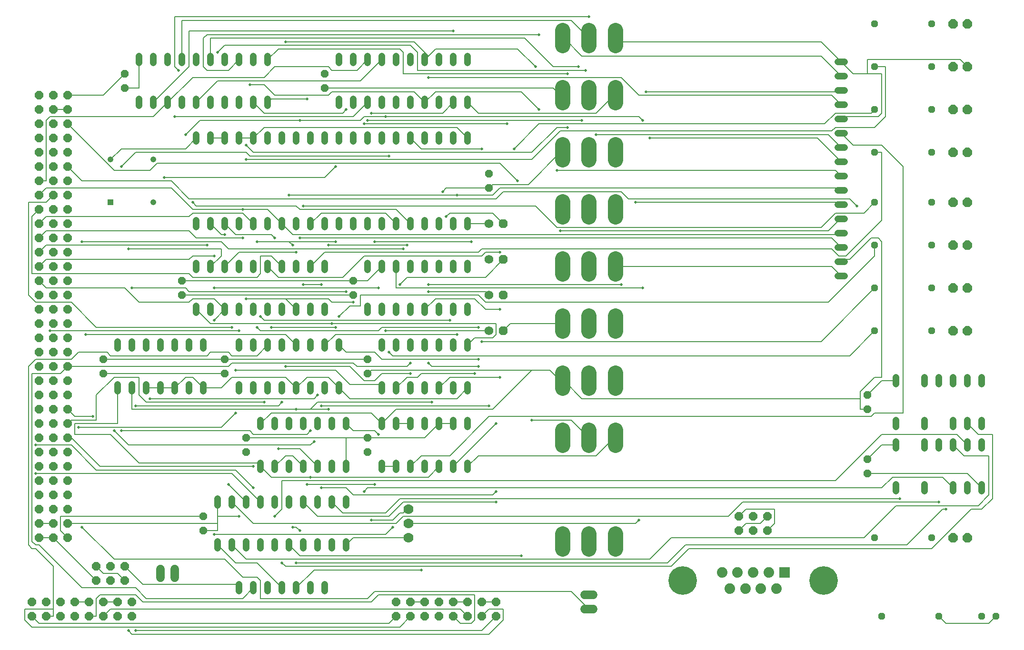
<source format=gbr>
G04 EAGLE Gerber RS-274X export*
G75*
%MOMM*%
%FSLAX34Y34*%
%LPD*%
%INBottom Copper*%
%IPPOS*%
%AMOC8*
5,1,8,0,0,1.08239X$1,22.5*%
G01*
%ADD10P,1.649562X8X202.500000*%
%ADD11P,1.319650X8X202.500000*%
%ADD12C,1.219200*%
%ADD13P,1.814519X8X22.500000*%
%ADD14C,2.705100*%
%ADD15P,1.649562X8X22.500000*%
%ADD16C,1.050000*%
%ADD17R,1.050000X1.050000*%
%ADD18C,1.524000*%
%ADD19C,1.200000*%
%ADD20C,1.778000*%
%ADD21P,1.704548X8X22.500000*%
%ADD22C,1.574800*%
%ADD23P,1.539592X8X112.500000*%
%ADD24R,1.879600X1.879600*%
%ADD25C,1.879600*%
%ADD26C,5.080000*%
%ADD27C,0.152400*%
%ADD28C,0.508000*%


D10*
X50800Y177800D03*
X50800Y203200D03*
X50800Y228600D03*
X50800Y254000D03*
X50800Y279400D03*
X50800Y304800D03*
X50800Y330200D03*
X50800Y355600D03*
X50800Y381000D03*
X50800Y406400D03*
X50800Y431800D03*
X50800Y457200D03*
X50800Y482600D03*
X50800Y508000D03*
X50800Y533400D03*
X50800Y558800D03*
X76200Y177800D03*
X76200Y203200D03*
X76200Y228600D03*
X76200Y254000D03*
X76200Y279400D03*
X76200Y304800D03*
X76200Y330200D03*
X76200Y355600D03*
X76200Y381000D03*
X76200Y406400D03*
X76200Y431800D03*
X76200Y457200D03*
X76200Y482600D03*
X76200Y508000D03*
X76200Y533400D03*
X76200Y558800D03*
X101600Y177800D03*
X101600Y203200D03*
X101600Y228600D03*
X101600Y254000D03*
X101600Y279400D03*
X101600Y304800D03*
X101600Y330200D03*
X101600Y355600D03*
X101600Y381000D03*
X101600Y406400D03*
X101600Y431800D03*
X101600Y457200D03*
X101600Y482600D03*
X101600Y508000D03*
X101600Y533400D03*
X101600Y558800D03*
X50800Y584200D03*
X50800Y609600D03*
X50800Y635000D03*
X50800Y660400D03*
X50800Y685800D03*
X50800Y711200D03*
X50800Y736600D03*
X50800Y762000D03*
X50800Y787400D03*
X50800Y812800D03*
X50800Y838200D03*
X50800Y863600D03*
X50800Y889000D03*
X50800Y914400D03*
X50800Y939800D03*
X50800Y965200D03*
X76200Y584200D03*
X76200Y609600D03*
X76200Y635000D03*
X76200Y660400D03*
X76200Y685800D03*
X76200Y711200D03*
X76200Y736600D03*
X76200Y762000D03*
X76200Y787400D03*
X76200Y812800D03*
X76200Y838200D03*
X76200Y863600D03*
X76200Y889000D03*
X76200Y914400D03*
X76200Y939800D03*
X76200Y965200D03*
X101600Y584200D03*
X101600Y609600D03*
X101600Y635000D03*
X101600Y660400D03*
X101600Y685800D03*
X101600Y711200D03*
X101600Y736600D03*
X101600Y762000D03*
X101600Y787400D03*
X101600Y812800D03*
X101600Y838200D03*
X101600Y863600D03*
X101600Y889000D03*
X101600Y914400D03*
X101600Y939800D03*
X101600Y965200D03*
D11*
X1752600Y38100D03*
X1727200Y38100D03*
X1651000Y38100D03*
X1549400Y38100D03*
D12*
X330200Y730504D02*
X330200Y742696D01*
X355600Y742696D02*
X355600Y730504D01*
X482600Y730504D02*
X482600Y742696D01*
X508000Y742696D02*
X508000Y730504D01*
X381000Y730504D02*
X381000Y742696D01*
X406400Y742696D02*
X406400Y730504D01*
X457200Y730504D02*
X457200Y742696D01*
X431800Y742696D02*
X431800Y730504D01*
X533400Y730504D02*
X533400Y742696D01*
X558800Y742696D02*
X558800Y730504D01*
X584200Y730504D02*
X584200Y742696D01*
X609600Y742696D02*
X609600Y730504D01*
X635000Y730504D02*
X635000Y742696D01*
X660400Y742696D02*
X660400Y730504D01*
X685800Y730504D02*
X685800Y742696D01*
X711200Y742696D02*
X711200Y730504D01*
X736600Y730504D02*
X736600Y742696D01*
X762000Y742696D02*
X762000Y730504D01*
X787400Y730504D02*
X787400Y742696D01*
X812800Y742696D02*
X812800Y730504D01*
X812800Y882904D02*
X812800Y895096D01*
X787400Y895096D02*
X787400Y882904D01*
X762000Y882904D02*
X762000Y895096D01*
X736600Y895096D02*
X736600Y882904D01*
X711200Y882904D02*
X711200Y895096D01*
X685800Y895096D02*
X685800Y882904D01*
X660400Y882904D02*
X660400Y895096D01*
X635000Y895096D02*
X635000Y882904D01*
X609600Y882904D02*
X609600Y895096D01*
X584200Y895096D02*
X584200Y882904D01*
X558800Y882904D02*
X558800Y895096D01*
X533400Y895096D02*
X533400Y882904D01*
X508000Y882904D02*
X508000Y895096D01*
X482600Y895096D02*
X482600Y882904D01*
X457200Y882904D02*
X457200Y895096D01*
X431800Y895096D02*
X431800Y882904D01*
X406400Y882904D02*
X406400Y895096D01*
X381000Y895096D02*
X381000Y882904D01*
X355600Y882904D02*
X355600Y895096D01*
X330200Y895096D02*
X330200Y882904D01*
X635000Y590296D02*
X635000Y578104D01*
X660400Y578104D02*
X660400Y590296D01*
X787400Y590296D02*
X787400Y578104D01*
X812800Y578104D02*
X812800Y590296D01*
X685800Y590296D02*
X685800Y578104D01*
X711200Y578104D02*
X711200Y590296D01*
X762000Y590296D02*
X762000Y578104D01*
X736600Y578104D02*
X736600Y590296D01*
X812800Y654304D02*
X812800Y666496D01*
X787400Y666496D02*
X787400Y654304D01*
X762000Y654304D02*
X762000Y666496D01*
X736600Y666496D02*
X736600Y654304D01*
X711200Y654304D02*
X711200Y666496D01*
X685800Y666496D02*
X685800Y654304D01*
X660400Y654304D02*
X660400Y666496D01*
X635000Y666496D02*
X635000Y654304D01*
D13*
X1676400Y177800D03*
X1701800Y177800D03*
D14*
X1075690Y342075D02*
X1075690Y369126D01*
X1028700Y369126D02*
X1028700Y342075D01*
X981710Y342075D02*
X981710Y369126D01*
X1075690Y443675D02*
X1075690Y470726D01*
X1028700Y470726D02*
X1028700Y443675D01*
X981710Y443675D02*
X981710Y470726D01*
X1075690Y545275D02*
X1075690Y572326D01*
X1028700Y572326D02*
X1028700Y545275D01*
X981710Y545275D02*
X981710Y572326D01*
X1075690Y646875D02*
X1075690Y673926D01*
X1028700Y673926D02*
X1028700Y646875D01*
X981710Y646875D02*
X981710Y673926D01*
X1075690Y748475D02*
X1075690Y775526D01*
X1028700Y775526D02*
X1028700Y748475D01*
X981710Y748475D02*
X981710Y775526D01*
X1075690Y850075D02*
X1075690Y877126D01*
X1028700Y877126D02*
X1028700Y850075D01*
X981710Y850075D02*
X981710Y877126D01*
X1075690Y951675D02*
X1075690Y978726D01*
X1028700Y978726D02*
X1028700Y951675D01*
X981710Y951675D02*
X981710Y978726D01*
X1075690Y1053275D02*
X1075690Y1080326D01*
X1028700Y1080326D02*
X1028700Y1053275D01*
X981710Y1053275D02*
X981710Y1080326D01*
D12*
X228600Y958596D02*
X228600Y946404D01*
X254000Y946404D02*
X254000Y958596D01*
X381000Y958596D02*
X381000Y946404D01*
X406400Y946404D02*
X406400Y958596D01*
X279400Y958596D02*
X279400Y946404D01*
X304800Y946404D02*
X304800Y958596D01*
X355600Y958596D02*
X355600Y946404D01*
X330200Y946404D02*
X330200Y958596D01*
X431800Y958596D02*
X431800Y946404D01*
X457200Y946404D02*
X457200Y958596D01*
X457200Y1022604D02*
X457200Y1034796D01*
X431800Y1034796D02*
X431800Y1022604D01*
X406400Y1022604D02*
X406400Y1034796D01*
X381000Y1034796D02*
X381000Y1022604D01*
X355600Y1022604D02*
X355600Y1034796D01*
X330200Y1034796D02*
X330200Y1022604D01*
X304800Y1022604D02*
X304800Y1034796D01*
X279400Y1034796D02*
X279400Y1022604D01*
X254000Y1022604D02*
X254000Y1034796D01*
X228600Y1034796D02*
X228600Y1022604D01*
D11*
X1638300Y177800D03*
X1536700Y177800D03*
D13*
X1676400Y546100D03*
X1701800Y546100D03*
X1676400Y622300D03*
X1701800Y622300D03*
X1676400Y698500D03*
X1701800Y698500D03*
X1676400Y774700D03*
X1701800Y774700D03*
X1676400Y863600D03*
X1701800Y863600D03*
X1676400Y939800D03*
X1701800Y939800D03*
X1676400Y1016000D03*
X1701800Y1016000D03*
X1676400Y1092200D03*
X1701800Y1092200D03*
D11*
X1638300Y546100D03*
X1536700Y546100D03*
X1638300Y622300D03*
X1536700Y622300D03*
X1638300Y698500D03*
X1536700Y698500D03*
X1638300Y774700D03*
X1536700Y774700D03*
X1638300Y863600D03*
X1536700Y863600D03*
X1638300Y939800D03*
X1536700Y939800D03*
X1638300Y1016000D03*
X1536700Y1016000D03*
X1638300Y1092200D03*
X1536700Y1092200D03*
D12*
X330200Y590296D02*
X330200Y578104D01*
X355600Y578104D02*
X355600Y590296D01*
X482600Y590296D02*
X482600Y578104D01*
X508000Y578104D02*
X508000Y590296D01*
X381000Y590296D02*
X381000Y578104D01*
X406400Y578104D02*
X406400Y590296D01*
X457200Y590296D02*
X457200Y578104D01*
X431800Y578104D02*
X431800Y590296D01*
X533400Y590296D02*
X533400Y578104D01*
X558800Y578104D02*
X558800Y590296D01*
X558800Y654304D02*
X558800Y666496D01*
X533400Y666496D02*
X533400Y654304D01*
X508000Y654304D02*
X508000Y666496D01*
X482600Y666496D02*
X482600Y654304D01*
X457200Y654304D02*
X457200Y666496D01*
X431800Y666496D02*
X431800Y654304D01*
X406400Y654304D02*
X406400Y666496D01*
X381000Y666496D02*
X381000Y654304D01*
X355600Y654304D02*
X355600Y666496D01*
X330200Y666496D02*
X330200Y654304D01*
X406400Y450596D02*
X406400Y438404D01*
X431800Y438404D02*
X431800Y450596D01*
X558800Y450596D02*
X558800Y438404D01*
X584200Y438404D02*
X584200Y450596D01*
X457200Y450596D02*
X457200Y438404D01*
X482600Y438404D02*
X482600Y450596D01*
X533400Y450596D02*
X533400Y438404D01*
X508000Y438404D02*
X508000Y450596D01*
X584200Y514604D02*
X584200Y526796D01*
X558800Y526796D02*
X558800Y514604D01*
X533400Y514604D02*
X533400Y526796D01*
X508000Y526796D02*
X508000Y514604D01*
X482600Y514604D02*
X482600Y526796D01*
X457200Y526796D02*
X457200Y514604D01*
X431800Y514604D02*
X431800Y526796D01*
X406400Y526796D02*
X406400Y514604D01*
D15*
X152400Y101600D03*
X152400Y127000D03*
X177800Y101600D03*
X177800Y127000D03*
X203200Y101600D03*
X203200Y127000D03*
D16*
X177800Y850900D03*
X254000Y850900D03*
X254000Y774700D03*
D17*
X177800Y774700D03*
D14*
X1075690Y184976D02*
X1075690Y157925D01*
X1028700Y157925D02*
X1028700Y184976D01*
X981710Y184976D02*
X981710Y157925D01*
D18*
X1021080Y50800D02*
X1036320Y50800D01*
X1036320Y76200D02*
X1021080Y76200D01*
D19*
X1471600Y1024900D02*
X1483600Y1024900D01*
X1483600Y999500D02*
X1471600Y999500D01*
X1471600Y974100D02*
X1483600Y974100D01*
X1483600Y948700D02*
X1471600Y948700D01*
X1471600Y923300D02*
X1483600Y923300D01*
X1483600Y897900D02*
X1471600Y897900D01*
X1471600Y872500D02*
X1483600Y872500D01*
X1483600Y847100D02*
X1471600Y847100D01*
X1471600Y821700D02*
X1483600Y821700D01*
X1483600Y796300D02*
X1471600Y796300D01*
X1471600Y770900D02*
X1483600Y770900D01*
X1483600Y745500D02*
X1471600Y745500D01*
X1471600Y720100D02*
X1483600Y720100D01*
X1483600Y694700D02*
X1471600Y694700D01*
X1471600Y669300D02*
X1483600Y669300D01*
X1483600Y643900D02*
X1471600Y643900D01*
D12*
X584200Y946404D02*
X584200Y958596D01*
X609600Y958596D02*
X609600Y946404D01*
X736600Y946404D02*
X736600Y958596D01*
X762000Y958596D02*
X762000Y946404D01*
X635000Y946404D02*
X635000Y958596D01*
X660400Y958596D02*
X660400Y946404D01*
X711200Y946404D02*
X711200Y958596D01*
X685800Y958596D02*
X685800Y946404D01*
X787400Y946404D02*
X787400Y958596D01*
X812800Y958596D02*
X812800Y946404D01*
X812800Y1022604D02*
X812800Y1034796D01*
X787400Y1034796D02*
X787400Y1022604D01*
X762000Y1022604D02*
X762000Y1034796D01*
X736600Y1034796D02*
X736600Y1022604D01*
X711200Y1022604D02*
X711200Y1034796D01*
X685800Y1034796D02*
X685800Y1022604D01*
X660400Y1022604D02*
X660400Y1034796D01*
X635000Y1034796D02*
X635000Y1022604D01*
X609600Y1022604D02*
X609600Y1034796D01*
X584200Y1034796D02*
X584200Y1022604D01*
X660400Y310896D02*
X660400Y298704D01*
X685800Y298704D02*
X685800Y310896D01*
X812800Y310896D02*
X812800Y298704D01*
X812800Y374904D02*
X812800Y387096D01*
X711200Y310896D02*
X711200Y298704D01*
X736600Y298704D02*
X736600Y310896D01*
X787400Y310896D02*
X787400Y298704D01*
X762000Y298704D02*
X762000Y310896D01*
X787400Y374904D02*
X787400Y387096D01*
X762000Y387096D02*
X762000Y374904D01*
X736600Y374904D02*
X736600Y387096D01*
X711200Y387096D02*
X711200Y374904D01*
X685800Y374904D02*
X685800Y387096D01*
X660400Y387096D02*
X660400Y374904D01*
D10*
X215900Y63500D03*
X215900Y38100D03*
X190500Y63500D03*
X190500Y38100D03*
X165100Y63500D03*
X165100Y38100D03*
X139700Y63500D03*
X139700Y38100D03*
X114300Y63500D03*
X114300Y38100D03*
X88900Y63500D03*
X88900Y38100D03*
X63500Y63500D03*
X63500Y38100D03*
X38100Y63500D03*
X38100Y38100D03*
D20*
X708025Y203200D03*
X708025Y228600D03*
X708025Y177800D03*
D10*
X863600Y63500D03*
X863600Y38100D03*
X838200Y63500D03*
X838200Y38100D03*
X812800Y63500D03*
X812800Y38100D03*
X787400Y63500D03*
X787400Y38100D03*
X762000Y63500D03*
X762000Y38100D03*
X736600Y63500D03*
X736600Y38100D03*
X711200Y63500D03*
X711200Y38100D03*
X685800Y63500D03*
X685800Y38100D03*
D12*
X444500Y298704D02*
X444500Y310896D01*
X469900Y310896D02*
X469900Y298704D01*
X596900Y298704D02*
X596900Y310896D01*
X596900Y374904D02*
X596900Y387096D01*
X495300Y310896D02*
X495300Y298704D01*
X520700Y298704D02*
X520700Y310896D01*
X571500Y310896D02*
X571500Y298704D01*
X546100Y298704D02*
X546100Y310896D01*
X571500Y374904D02*
X571500Y387096D01*
X546100Y387096D02*
X546100Y374904D01*
X520700Y374904D02*
X520700Y387096D01*
X495300Y387096D02*
X495300Y374904D01*
X469900Y374904D02*
X469900Y387096D01*
X444500Y387096D02*
X444500Y374904D01*
D21*
X876300Y673100D03*
D22*
X850900Y673100D03*
D21*
X876300Y609600D03*
D22*
X850900Y609600D03*
D21*
X876300Y546100D03*
D22*
X850900Y546100D03*
D21*
X876300Y736600D03*
D22*
X850900Y736600D03*
D23*
X1524000Y406400D03*
X1524000Y431800D03*
X1524000Y292100D03*
X1524000Y317500D03*
X850900Y800100D03*
X850900Y825500D03*
X609600Y609600D03*
X609600Y635000D03*
X381000Y469900D03*
X381000Y495300D03*
X635000Y469900D03*
X635000Y495300D03*
X635000Y330200D03*
X635000Y355600D03*
X419100Y330200D03*
X419100Y355600D03*
X304800Y609600D03*
X304800Y635000D03*
X558800Y977900D03*
X558800Y1003300D03*
X203200Y977900D03*
X203200Y1003300D03*
D18*
X266700Y121920D02*
X266700Y106680D01*
X292100Y106680D02*
X292100Y121920D01*
D12*
X660400Y438404D02*
X660400Y450596D01*
X685800Y450596D02*
X685800Y438404D01*
X812800Y438404D02*
X812800Y450596D01*
X812800Y514604D02*
X812800Y526796D01*
X711200Y450596D02*
X711200Y438404D01*
X736600Y438404D02*
X736600Y450596D01*
X787400Y450596D02*
X787400Y438404D01*
X762000Y438404D02*
X762000Y450596D01*
X787400Y514604D02*
X787400Y526796D01*
X762000Y526796D02*
X762000Y514604D01*
X736600Y514604D02*
X736600Y526796D01*
X711200Y526796D02*
X711200Y514604D01*
X685800Y514604D02*
X685800Y526796D01*
X660400Y526796D02*
X660400Y514604D01*
X406400Y94996D02*
X406400Y82804D01*
X431800Y82804D02*
X431800Y94996D01*
X457200Y94996D02*
X457200Y82804D01*
X482600Y82804D02*
X482600Y94996D01*
X508000Y94996D02*
X508000Y82804D01*
X533400Y82804D02*
X533400Y94996D01*
X558800Y94996D02*
X558800Y82804D01*
X368300Y159004D02*
X368300Y171196D01*
X393700Y171196D02*
X393700Y159004D01*
X520700Y159004D02*
X520700Y171196D01*
X546100Y171196D02*
X546100Y159004D01*
X419100Y159004D02*
X419100Y171196D01*
X444500Y171196D02*
X444500Y159004D01*
X495300Y159004D02*
X495300Y171196D01*
X469900Y171196D02*
X469900Y159004D01*
X571500Y159004D02*
X571500Y171196D01*
X596900Y171196D02*
X596900Y159004D01*
X596900Y235204D02*
X596900Y247396D01*
X571500Y247396D02*
X571500Y235204D01*
X546100Y235204D02*
X546100Y247396D01*
X520700Y247396D02*
X520700Y235204D01*
X495300Y235204D02*
X495300Y247396D01*
X469900Y247396D02*
X469900Y235204D01*
X444500Y235204D02*
X444500Y247396D01*
X419100Y247396D02*
X419100Y235204D01*
X393700Y235204D02*
X393700Y247396D01*
X368300Y247396D02*
X368300Y235204D01*
X1727200Y336804D02*
X1727200Y348996D01*
X1701800Y348996D02*
X1701800Y336804D01*
X1676400Y336804D02*
X1676400Y348996D01*
X1651000Y348996D02*
X1651000Y336804D01*
X1625600Y336804D02*
X1625600Y348996D01*
X1574800Y348996D02*
X1574800Y336804D01*
X1574800Y272796D02*
X1574800Y260604D01*
X1625600Y260604D02*
X1625600Y272796D01*
X1676400Y272796D02*
X1676400Y260604D01*
X1701800Y260604D02*
X1701800Y272796D01*
X1727200Y272796D02*
X1727200Y260604D01*
X1727200Y451104D02*
X1727200Y463296D01*
X1701800Y463296D02*
X1701800Y451104D01*
X1676400Y451104D02*
X1676400Y463296D01*
X1651000Y463296D02*
X1651000Y451104D01*
X1625600Y451104D02*
X1625600Y463296D01*
X1574800Y463296D02*
X1574800Y451104D01*
X1574800Y387096D02*
X1574800Y374904D01*
X1625600Y374904D02*
X1625600Y387096D01*
X1676400Y387096D02*
X1676400Y374904D01*
X1701800Y374904D02*
X1701800Y387096D01*
X1727200Y387096D02*
X1727200Y374904D01*
X190500Y438404D02*
X190500Y450596D01*
X215900Y450596D02*
X215900Y438404D01*
X342900Y438404D02*
X342900Y450596D01*
X342900Y514604D02*
X342900Y526796D01*
X241300Y450596D02*
X241300Y438404D01*
X266700Y438404D02*
X266700Y450596D01*
X317500Y450596D02*
X317500Y438404D01*
X292100Y438404D02*
X292100Y450596D01*
X317500Y514604D02*
X317500Y526796D01*
X292100Y526796D02*
X292100Y514604D01*
X266700Y514604D02*
X266700Y526796D01*
X241300Y526796D02*
X241300Y514604D01*
X215900Y514604D02*
X215900Y526796D01*
X190500Y526796D02*
X190500Y514604D01*
D24*
X1376200Y115800D03*
D25*
X1348500Y115800D03*
X1320800Y115800D03*
X1293100Y115800D03*
X1265400Y115800D03*
X1362300Y87400D03*
X1334600Y87400D03*
X1307000Y87400D03*
X1279300Y87400D03*
D26*
X1445800Y101600D03*
X1195800Y101600D03*
D15*
X1295400Y190500D03*
X1295400Y215900D03*
X1320800Y190500D03*
X1320800Y215900D03*
X1346200Y190500D03*
X1346200Y215900D03*
D23*
X342900Y190500D03*
X342900Y215900D03*
X165100Y469900D03*
X165100Y495300D03*
D27*
X762000Y381000D02*
X787400Y381000D01*
X609600Y177800D02*
X596900Y165100D01*
X609600Y177800D02*
X708025Y177800D01*
X596900Y304800D02*
X596900Y355600D01*
X635000Y355600D01*
X596900Y355600D02*
X419100Y355600D01*
X736600Y355600D02*
X762000Y381000D01*
X736600Y355600D02*
X635000Y355600D01*
X457200Y952500D02*
X463550Y958850D01*
X527050Y958850D01*
X527050Y463550D02*
X508000Y444500D01*
X527050Y463550D02*
X565150Y463550D01*
X584200Y444500D01*
X793750Y425450D02*
X812800Y444500D01*
X793750Y425450D02*
X603250Y425450D01*
X584200Y444500D01*
X165100Y965200D02*
X203200Y1003300D01*
X165100Y965200D02*
X101600Y965200D01*
X165100Y495300D02*
X381000Y495300D01*
X635000Y495300D01*
X635000Y635000D02*
X660400Y660400D01*
X635000Y635000D02*
X609600Y635000D01*
X304800Y635000D01*
X76200Y177800D02*
X50800Y177800D01*
X76200Y177800D02*
X152400Y101600D01*
X241300Y444500D02*
X266700Y444500D01*
X292100Y444500D01*
X323850Y463550D02*
X342900Y444500D01*
X323850Y463550D02*
X311150Y463550D01*
X292100Y444500D01*
X88900Y190500D02*
X101600Y177800D01*
X88900Y190500D02*
X88900Y215900D01*
X342900Y215900D01*
X508000Y444500D02*
X488950Y463550D01*
X393700Y463550D01*
X374650Y444500D01*
X342900Y444500D01*
X1524000Y431800D02*
X1549400Y457200D01*
X1574800Y457200D01*
X1549400Y342900D02*
X1524000Y317500D01*
X1549400Y342900D02*
X1574800Y342900D01*
X1543050Y927100D02*
X1479550Y927100D01*
X1543050Y927100D02*
X1549400Y933450D01*
X1549400Y1003300D01*
X1524000Y1003300D02*
X1498600Y1003300D01*
X1524000Y1003300D02*
X1549400Y1003300D01*
X1498600Y1003300D02*
X1479550Y1022350D01*
X1479550Y927100D02*
X1477600Y923300D01*
X1479550Y1022350D02*
X1477600Y1024900D01*
X1524000Y1028700D02*
X1524000Y1003300D01*
X1524000Y1028700D02*
X1689100Y1028700D01*
X1701800Y1016000D01*
X730250Y869950D02*
X711200Y889000D01*
X730250Y869950D02*
X838200Y869950D01*
X850900Y736600D02*
X812800Y736600D01*
X1460500Y660400D02*
X1473200Y647700D01*
X1460500Y660400D02*
X1075690Y660400D01*
X1473200Y647700D02*
X1477600Y643900D01*
X831850Y933450D02*
X812800Y952500D01*
X831850Y933450D02*
X1041400Y933450D01*
X1073150Y965200D01*
X1075690Y965200D01*
X1441450Y1060450D02*
X1473200Y1028700D01*
X1441450Y1060450D02*
X1085850Y1060450D01*
X1079500Y1066800D01*
X1473200Y1028700D02*
X1477600Y1024900D01*
X1079500Y1066800D02*
X1075690Y1066800D01*
X831850Y323850D02*
X812800Y304800D01*
X831850Y323850D02*
X1041400Y323850D01*
X1073150Y355600D01*
X1075690Y355600D01*
D28*
X527050Y958850D03*
X838200Y869950D03*
D27*
X431800Y889000D02*
X406400Y889000D01*
X793750Y908050D02*
X812800Y889000D01*
X793750Y908050D02*
X450850Y908050D01*
X431800Y889000D01*
X381000Y889000D02*
X355600Y889000D01*
X101600Y939800D02*
X76200Y939800D01*
X228600Y977900D02*
X228600Y1028700D01*
X228600Y977900D02*
X203200Y977900D01*
X311150Y869950D02*
X330200Y889000D01*
X311150Y869950D02*
X196850Y869950D01*
X177800Y850900D01*
X641350Y400050D02*
X660400Y381000D01*
X641350Y400050D02*
X463550Y400050D01*
X444500Y381000D01*
X76200Y203200D02*
X50800Y203200D01*
X368300Y203200D02*
X368300Y190500D01*
X368300Y203200D02*
X368300Y215900D01*
X368300Y241300D01*
X368300Y190500D02*
X342900Y190500D01*
X368300Y203200D02*
X101600Y203200D01*
X400050Y95250D02*
X406400Y88900D01*
X400050Y95250D02*
X234950Y95250D01*
X203200Y127000D01*
X165100Y469900D02*
X381000Y469900D01*
X368300Y215900D02*
X406400Y215900D01*
X1479550Y673100D02*
X1492250Y673100D01*
X1530350Y711200D01*
X1543050Y711200D01*
X1549400Y704850D01*
X1549400Y463550D01*
X1536700Y463550D01*
X1511300Y438150D01*
X1511300Y425450D02*
X1511300Y406400D01*
X1511300Y425450D02*
X1511300Y438150D01*
X1511300Y406400D02*
X1524000Y406400D01*
X1477600Y669300D02*
X1479550Y673100D01*
X1701800Y292100D02*
X1727200Y266700D01*
X1701800Y292100D02*
X1524000Y292100D01*
X704850Y228600D02*
X698500Y222250D01*
X692150Y222250D01*
X679450Y209550D01*
X641350Y209550D01*
X704850Y228600D02*
X708025Y228600D01*
X609600Y609600D02*
X304800Y609600D01*
X876300Y546100D02*
X889000Y558800D01*
X981710Y558800D01*
X1441450Y1035050D02*
X1473200Y1003300D01*
X1441450Y1035050D02*
X1016000Y1035050D01*
X984250Y1066800D01*
X1473200Y1003300D02*
X1477600Y999500D01*
X984250Y1066800D02*
X981710Y1066800D01*
X774700Y800100D02*
X768350Y793750D01*
X774700Y800100D02*
X850900Y800100D01*
X965200Y977900D02*
X558800Y977900D01*
X965200Y977900D02*
X977900Y965200D01*
X981710Y965200D01*
X857250Y806450D02*
X850900Y800100D01*
X857250Y806450D02*
X920750Y806450D01*
X977900Y863600D01*
X981710Y863600D01*
X641350Y476250D02*
X635000Y469900D01*
X927100Y476250D02*
X958850Y476250D01*
X927100Y476250D02*
X641350Y476250D01*
X958850Y476250D02*
X977900Y457200D01*
X981710Y457200D01*
X1016000Y425450D02*
X1511300Y425450D01*
X1016000Y425450D02*
X984250Y457200D01*
X981710Y457200D01*
X685800Y406400D02*
X660400Y381000D01*
X685800Y406400D02*
X857250Y406400D01*
X927100Y476250D01*
D28*
X406400Y215900D03*
X641350Y209550D03*
X768350Y793750D03*
D27*
X1454150Y895350D02*
X1473200Y876300D01*
X1454150Y895350D02*
X1041400Y895350D01*
X1016000Y920750D02*
X635000Y920750D01*
X1473200Y876300D02*
X1477600Y872500D01*
X381000Y584200D02*
X361950Y565150D01*
X63500Y622300D02*
X50800Y635000D01*
X63500Y622300D02*
X203200Y622300D01*
X228600Y596900D01*
X317500Y596900D01*
X323850Y603250D01*
X361950Y603250D01*
X381000Y584200D01*
X609600Y927100D02*
X635000Y952500D01*
X609600Y927100D02*
X292100Y927100D01*
D28*
X1041400Y895350D03*
X1016000Y920750D03*
X635000Y920750D03*
X361950Y565150D03*
X292100Y927100D03*
D27*
X400050Y298450D02*
X431800Y266700D01*
X400050Y298450D02*
X152400Y298450D01*
X107950Y342900D01*
X44450Y342900D01*
X374650Y717550D02*
X381000Y717550D01*
X374650Y717550D02*
X355600Y736600D01*
X1435100Y889000D02*
X1473200Y850900D01*
X1435100Y889000D02*
X1136650Y889000D01*
X1123950Y920750D02*
X1117600Y927100D01*
X666750Y927100D01*
X1473200Y850900D02*
X1477600Y847100D01*
X622300Y920750D02*
X514350Y920750D01*
X622300Y920750D02*
X628650Y927100D01*
X666750Y927100D01*
X336550Y920750D02*
X311150Y895350D01*
X336550Y920750D02*
X514350Y920750D01*
X63500Y673100D02*
X50800Y660400D01*
X63500Y673100D02*
X317500Y673100D01*
X323850Y679450D01*
X361950Y679450D01*
D28*
X431800Y266700D03*
X44450Y342900D03*
X381000Y717550D03*
X1136650Y889000D03*
X1123950Y920750D03*
X666750Y927100D03*
X514350Y920750D03*
X311150Y895350D03*
X361950Y679450D03*
D27*
X869950Y800100D02*
X1473200Y800100D01*
X869950Y800100D02*
X857250Y787400D01*
X793750Y787400D01*
X1473200Y800100D02*
X1477600Y796300D01*
X488950Y603250D02*
X419100Y603250D01*
X488950Y603250D02*
X508000Y584200D01*
X571500Y596900D02*
X609600Y596900D01*
X571500Y596900D02*
X565150Y603250D01*
X488950Y603250D01*
X63500Y723900D02*
X50800Y711200D01*
X63500Y723900D02*
X317500Y723900D01*
X330200Y711200D01*
X412750Y711200D01*
X495300Y787400D02*
X793750Y787400D01*
D28*
X793750Y787400D03*
X419100Y603250D03*
X609600Y596900D03*
X412750Y711200D03*
X495300Y787400D03*
D27*
X1111250Y774700D02*
X1473200Y774700D01*
X1477600Y770900D01*
X501650Y698500D02*
X495300Y704850D01*
X438150Y704850D01*
X495300Y704850D02*
X577850Y704850D01*
X63500Y749300D02*
X50800Y736600D01*
X63500Y749300D02*
X317500Y749300D01*
X323850Y755650D01*
X412750Y755650D01*
X431800Y736600D01*
X590550Y933450D02*
X596900Y939800D01*
X590550Y933450D02*
X450850Y933450D01*
X431800Y952500D01*
D28*
X1111250Y774700D03*
X501650Y698500D03*
X438150Y704850D03*
X577850Y704850D03*
X596900Y939800D03*
D27*
X50800Y762000D02*
X38100Y749300D01*
X38100Y647700D01*
X317500Y647700D01*
X323850Y641350D01*
X438150Y641350D01*
X444500Y647700D01*
X444500Y679450D01*
X463550Y679450D01*
X482600Y660400D01*
X1454150Y723900D02*
X1473200Y742950D01*
X1454150Y723900D02*
X977900Y723900D01*
X933450Y1016000D02*
X901700Y1047750D01*
X755650Y1047750D01*
X742950Y1035050D02*
X736600Y1028700D01*
X742950Y1035050D02*
X755650Y1047750D01*
X1473200Y742950D02*
X1477600Y745500D01*
X546100Y215900D02*
X520700Y241300D01*
X546100Y215900D02*
X673100Y215900D01*
X698500Y241300D01*
X863600Y241300D01*
X717550Y1060450D02*
X488950Y1060450D01*
X717550Y1060450D02*
X742950Y1035050D01*
D28*
X977900Y723900D03*
X933450Y1016000D03*
X863600Y241300D03*
X488950Y1060450D03*
D27*
X393700Y292100D02*
X444500Y241300D01*
X393700Y292100D02*
X44450Y292100D01*
X622300Y990600D02*
X660400Y1028700D01*
X622300Y990600D02*
X368300Y990600D01*
X330200Y952500D01*
X501650Y717550D02*
X1473200Y717550D01*
X501650Y717550D02*
X482600Y736600D01*
X1473200Y717550D02*
X1477600Y720100D01*
X457200Y762000D02*
X412750Y762000D01*
X457200Y762000D02*
X482600Y736600D01*
X63500Y800100D02*
X50800Y787400D01*
X63500Y800100D02*
X285750Y800100D01*
X323850Y762000D01*
X412750Y762000D01*
D28*
X44450Y292100D03*
X412750Y762000D03*
D27*
X1466850Y831850D02*
X1473200Y825500D01*
X1466850Y831850D02*
X971550Y831850D01*
X939800Y939800D02*
X908050Y971550D01*
X755650Y971550D01*
X736600Y952500D01*
X1473200Y825500D02*
X1477600Y821700D01*
X469900Y711200D02*
X463550Y717550D01*
X400050Y717550D01*
X381000Y736600D01*
X508000Y196850D02*
X514350Y190500D01*
X508000Y196850D02*
X501650Y196850D01*
X50800Y685800D02*
X63500Y698500D01*
X349250Y698500D01*
X717550Y971550D02*
X736600Y952500D01*
X717550Y971550D02*
X571500Y971550D01*
X565150Y965200D01*
X469900Y965200D01*
X450850Y984250D01*
X425450Y984250D01*
D28*
X971550Y831850D03*
X939800Y939800D03*
X469900Y711200D03*
X514350Y190500D03*
X501650Y196850D03*
X349250Y698500D03*
X425450Y984250D03*
D27*
X279400Y952500D02*
X254000Y927100D01*
X69850Y927100D01*
X63500Y920750D01*
X63500Y812800D01*
X50800Y812800D01*
X615950Y1009650D02*
X635000Y1028700D01*
X615950Y1009650D02*
X571500Y1009650D01*
X565150Y1016000D01*
X469900Y1016000D01*
X450850Y996950D01*
X323850Y996950D01*
X279400Y952500D01*
X1460500Y711200D02*
X1473200Y698500D01*
X1460500Y711200D02*
X514350Y711200D01*
X1473200Y698500D02*
X1477600Y694700D01*
X406400Y685800D02*
X381000Y660400D01*
X406400Y685800D02*
X508000Y685800D01*
X387350Y273050D02*
X419100Y241300D01*
D28*
X514350Y711200D03*
X508000Y685800D03*
X387350Y273050D03*
D27*
X387350Y692150D02*
X698500Y692150D01*
X387350Y692150D02*
X374650Y704850D01*
X127000Y704850D01*
D28*
X698500Y692150D03*
X127000Y704850D03*
D27*
X400050Y400050D02*
X374650Y374650D01*
X120650Y374650D01*
D28*
X400050Y400050D03*
X120650Y374650D03*
D27*
X158750Y304800D02*
X431800Y304800D01*
X158750Y304800D02*
X107950Y355600D01*
X101600Y355600D01*
D28*
X431800Y304800D03*
D27*
X450850Y419100D02*
X241300Y419100D01*
X228600Y431800D01*
X228600Y463550D01*
X184150Y463550D01*
X152400Y431800D01*
X152400Y387350D01*
X107950Y387350D01*
X101600Y381000D01*
D28*
X450850Y419100D03*
D27*
X152400Y127000D02*
X165100Y114300D01*
X190500Y114300D01*
X203200Y101600D01*
X114300Y393700D02*
X101600Y406400D01*
X114300Y393700D02*
X146050Y393700D01*
D28*
X146050Y393700D03*
D27*
X431800Y88900D02*
X412750Y69850D01*
X241300Y69850D01*
X222250Y88900D01*
X127000Y88900D01*
X50800Y165100D01*
X44450Y165100D01*
X38100Y171450D01*
X38100Y469900D01*
X88900Y469900D01*
X101600Y482600D01*
X704850Y482600D02*
X711200Y488950D01*
X704850Y482600D02*
X615950Y482600D01*
X609600Y488950D01*
X393700Y488950D01*
X387350Y482600D01*
X101600Y482600D01*
D28*
X711200Y488950D03*
D27*
X762000Y444500D02*
X781050Y463550D01*
X869950Y463550D01*
X901700Y812800D02*
X869950Y844550D01*
X260350Y844550D01*
X247650Y831850D01*
X184150Y831850D01*
X101600Y914400D01*
D28*
X869950Y463550D03*
X901700Y812800D03*
D27*
X1492250Y781050D02*
X1504950Y768350D01*
X1492250Y781050D02*
X1098550Y781050D01*
X1085850Y793750D01*
X876300Y793750D01*
X863600Y781050D01*
X317500Y781050D01*
X285750Y812800D01*
X127000Y812800D01*
X101600Y838200D01*
D28*
X1504950Y768350D03*
D27*
X184150Y139700D02*
X127000Y196850D01*
X184150Y139700D02*
X381000Y139700D01*
X412750Y107950D01*
X438150Y107950D01*
X444500Y101600D01*
X444500Y69850D01*
X635000Y69850D01*
X647700Y82550D01*
X996950Y82550D01*
X1028700Y50800D01*
D28*
X127000Y196850D03*
D27*
X654050Y450850D02*
X660400Y444500D01*
X654050Y450850D02*
X603250Y450850D01*
X577850Y476250D01*
X400050Y476250D01*
X393700Y552450D02*
X152400Y552450D01*
X107950Y596900D01*
X44450Y596900D01*
X31750Y609600D01*
X31750Y774700D01*
X63500Y774700D01*
X76200Y787400D01*
D28*
X400050Y476250D03*
X393700Y552450D03*
D27*
X1651000Y38100D02*
X1663700Y25400D01*
X1739900Y25400D01*
X1752600Y38100D01*
X317500Y1016000D02*
X254000Y952500D01*
X317500Y1016000D02*
X317500Y1079500D01*
X787400Y1079500D01*
X927100Y387350D02*
X996950Y387350D01*
X1028700Y355600D01*
D28*
X787400Y1079500D03*
X927100Y387350D03*
D27*
X298450Y1009650D02*
X292100Y1016000D01*
X292100Y1104900D01*
X1028700Y1104900D01*
D28*
X298450Y1009650D03*
X1028700Y1104900D03*
D27*
X381000Y1054100D02*
X368300Y1041400D01*
X381000Y1054100D02*
X711200Y1054100D01*
X723900Y1041400D01*
X723900Y1009650D01*
X1022350Y1009650D01*
D28*
X368300Y1041400D03*
X1022350Y1009650D03*
D27*
X431800Y863600D02*
X419100Y876300D01*
X431800Y863600D02*
X927100Y863600D01*
X971550Y908050D01*
X990600Y908050D01*
D28*
X419100Y876300D03*
X990600Y908050D03*
D27*
X476250Y1047750D02*
X457200Y1028700D01*
X476250Y1047750D02*
X692150Y1047750D01*
X698500Y1041400D01*
X698500Y1003300D01*
X990600Y1003300D01*
D28*
X990600Y1003300D03*
D27*
X406400Y1028700D02*
X387350Y1009650D01*
X349250Y1009650D01*
X342900Y1016000D01*
X342900Y1066800D01*
X349250Y1073150D01*
X939800Y1073150D01*
D28*
X939800Y1073150D03*
D27*
X355600Y1066800D02*
X355600Y1028700D01*
X355600Y1066800D02*
X914400Y1066800D01*
X965200Y1016000D01*
X1009650Y1016000D01*
D28*
X1009650Y1016000D03*
D27*
X304800Y1028700D02*
X304800Y1098550D01*
X996950Y1098550D01*
X1028700Y1066800D01*
X374650Y679450D02*
X355600Y660400D01*
X374650Y679450D02*
X374650Y692150D01*
X209550Y692150D01*
D28*
X209550Y692150D03*
D27*
X419100Y850900D02*
X927100Y850900D01*
X977900Y901700D01*
X1460500Y901700D01*
X1466850Y908050D01*
X1536700Y908050D01*
X1555750Y927100D01*
X1555750Y1016000D01*
X1536700Y1016000D01*
D28*
X419100Y850900D03*
D27*
X457200Y660400D02*
X476250Y641350D01*
X590550Y641350D01*
X628650Y679450D01*
X838200Y679450D01*
X844550Y685800D01*
X869950Y685800D01*
X895350Y869950D02*
X939800Y914400D01*
X1447800Y914400D01*
X1466850Y933450D01*
X1530350Y933450D01*
X1536700Y939800D01*
D28*
X869950Y685800D03*
X895350Y869950D03*
D27*
X558800Y685800D02*
X533400Y660400D01*
X558800Y685800D02*
X831850Y685800D01*
X838200Y692150D01*
X1460500Y692150D01*
X1473200Y679450D01*
X1485900Y679450D01*
X1549400Y742950D01*
X1549400Y863600D01*
X1536700Y863600D01*
X933450Y768350D02*
X520700Y768350D01*
X933450Y768350D02*
X971550Y730250D01*
X1441450Y730250D01*
X1466850Y755650D01*
X1517650Y755650D01*
X1536700Y774700D01*
D28*
X520700Y768350D03*
D27*
X577850Y552450D02*
X463550Y552450D01*
X584200Y571500D02*
X603250Y590550D01*
X622300Y590550D01*
X622300Y609600D01*
X831850Y609600D01*
X844550Y596900D01*
X1454150Y596900D01*
X1536700Y679450D01*
X1536700Y698500D01*
D28*
X463550Y552450D03*
X577850Y552450D03*
X584200Y571500D03*
D27*
X444500Y546100D02*
X438150Y552450D01*
X444500Y546100D02*
X654050Y546100D01*
X660400Y552450D01*
X831850Y552450D01*
X838200Y527050D02*
X1441450Y527050D01*
X1536700Y622300D01*
D28*
X438150Y552450D03*
X831850Y552450D03*
X838200Y527050D03*
D27*
X654050Y622300D02*
X361950Y622300D01*
X673100Y508000D02*
X679450Y501650D01*
X1492250Y501650D01*
X1536700Y546100D01*
D28*
X361950Y622300D03*
X654050Y622300D03*
X673100Y508000D03*
D27*
X482600Y419100D02*
X476250Y412750D01*
X222250Y412750D01*
D28*
X482600Y419100D03*
X222250Y412750D03*
D27*
X527050Y361950D02*
X533400Y368300D01*
X527050Y361950D02*
X431800Y361950D01*
X425450Y368300D01*
X196850Y368300D01*
D28*
X533400Y368300D03*
X196850Y368300D03*
D27*
X69850Y546100D02*
X406400Y546100D01*
X685800Y38100D02*
X673100Y25400D01*
X50800Y25400D01*
X38100Y38100D01*
D28*
X406400Y546100D03*
X69850Y546100D03*
D27*
X438150Y501650D02*
X457200Y520700D01*
X438150Y501650D02*
X393700Y501650D01*
X387350Y508000D01*
X355600Y508000D01*
X349250Y501650D01*
X177800Y501650D01*
X171450Y508000D01*
X120650Y508000D01*
X107950Y495300D01*
X44450Y495300D01*
X31750Y482600D01*
X31750Y165100D01*
X38100Y158750D01*
X44450Y158750D01*
X76200Y127000D01*
X76200Y50800D02*
X76200Y38100D01*
X76200Y50800D02*
X76200Y127000D01*
X76200Y38100D02*
X63500Y38100D01*
X692150Y19050D02*
X711200Y38100D01*
X692150Y19050D02*
X38100Y19050D01*
X25400Y31750D01*
X25400Y50800D01*
X76200Y50800D01*
X539750Y425450D02*
X546100Y431800D01*
X539750Y425450D02*
X247650Y425450D01*
X787400Y38100D02*
X800100Y25400D01*
X819150Y25400D01*
X825500Y31750D01*
X825500Y76200D01*
X654050Y76200D01*
X641350Y63500D01*
X234950Y63500D01*
X222250Y76200D01*
X158750Y76200D01*
X152400Y69850D01*
X152400Y38100D01*
X139700Y38100D01*
D28*
X546100Y431800D03*
X247650Y425450D03*
D27*
X558800Y520700D02*
X577850Y539750D01*
X793750Y539750D01*
X177800Y50800D02*
X165100Y38100D01*
X177800Y50800D02*
X800100Y50800D01*
X812800Y38100D01*
D28*
X793750Y539750D03*
D27*
X596900Y508000D02*
X584200Y520700D01*
X596900Y508000D02*
X647700Y508000D01*
X660400Y495300D01*
X831850Y495300D01*
X215900Y6350D02*
X209550Y12700D01*
X215900Y6350D02*
X850900Y6350D01*
X876300Y31750D01*
X876300Y50800D01*
X850900Y50800D01*
X838200Y38100D01*
D28*
X831850Y495300D03*
X209550Y12700D03*
D27*
X552450Y412750D02*
X850900Y412750D01*
X838200Y12700D02*
X222250Y12700D01*
X838200Y12700D02*
X863600Y38100D01*
D28*
X552450Y412750D03*
X850900Y412750D03*
X222250Y12700D03*
D27*
X317500Y615950D02*
X596900Y615950D01*
X317500Y615950D02*
X311150Y622300D01*
X215900Y622300D01*
D28*
X596900Y615950D03*
X215900Y622300D03*
D27*
X488950Y482600D02*
X603250Y482600D01*
X628650Y457200D01*
X647700Y457200D01*
X660400Y469900D01*
X711200Y469900D01*
D28*
X488950Y482600D03*
X711200Y469900D03*
D27*
X508000Y520700D02*
X488950Y539750D01*
X133350Y539750D01*
D28*
X133350Y539750D03*
D27*
X527050Y273050D02*
X647700Y273050D01*
X730250Y469900D02*
X825500Y469900D01*
X730250Y469900D02*
X723900Y463550D01*
X704850Y463550D01*
X685800Y444500D01*
D28*
X527050Y273050D03*
X647700Y273050D03*
X825500Y469900D03*
D27*
X463550Y285750D02*
X444500Y304800D01*
X533400Y285750D02*
X742950Y285750D01*
X533400Y285750D02*
X463550Y285750D01*
X742950Y285750D02*
X762000Y304800D01*
X190500Y381000D02*
X190500Y444500D01*
X190500Y381000D02*
X114300Y381000D01*
X114300Y361950D01*
X177800Y361950D01*
X228600Y311150D01*
X438150Y311150D01*
X444500Y304800D01*
D28*
X533400Y285750D03*
D27*
X539750Y120650D02*
X508000Y88900D01*
X539750Y120650D02*
X730250Y120650D01*
X450850Y565150D02*
X444500Y571500D01*
X450850Y565150D02*
X781050Y565150D01*
D28*
X730250Y120650D03*
X444500Y571500D03*
X781050Y565150D03*
D27*
X438150Y133350D02*
X482600Y88900D01*
X438150Y133350D02*
X400050Y133350D01*
X368300Y165100D01*
X355600Y558800D02*
X571500Y558800D01*
X355600Y558800D02*
X330200Y584200D01*
X812800Y520700D02*
X825500Y533400D01*
X857250Y533400D01*
X863600Y539750D01*
X863600Y558800D01*
X571500Y558800D01*
D28*
X571500Y558800D03*
D27*
X139700Y63500D02*
X114300Y63500D01*
X685800Y381000D02*
X711200Y381000D01*
X190500Y63500D02*
X165100Y63500D01*
X787400Y304800D02*
X863600Y381000D01*
D28*
X863600Y381000D03*
D27*
X546100Y304800D02*
X514350Y336550D01*
X476250Y336550D01*
X628650Y914400D02*
X882650Y914400D01*
X863600Y260350D02*
X857250Y254000D01*
X609600Y254000D01*
X596900Y266700D01*
X552450Y266700D01*
D28*
X476250Y336550D03*
X628650Y914400D03*
X882650Y914400D03*
X863600Y260350D03*
X552450Y266700D03*
D27*
X533400Y342900D02*
X539750Y349250D01*
X533400Y342900D02*
X209550Y342900D01*
X184150Y368300D01*
X196850Y838200D02*
X222250Y863600D01*
X419100Y863600D01*
X425450Y857250D01*
X673100Y857250D01*
D28*
X539750Y349250D03*
X184150Y368300D03*
X196850Y838200D03*
X673100Y857250D03*
D27*
X1460500Y965200D02*
X1473200Y952500D01*
X1460500Y965200D02*
X1117600Y965200D01*
X1085850Y996950D01*
X742950Y996950D01*
X1473200Y952500D02*
X1477600Y948700D01*
D28*
X742950Y996950D03*
D27*
X768350Y933450D02*
X641350Y933450D01*
X768350Y933450D02*
X787400Y952500D01*
D28*
X641350Y933450D03*
D27*
X1130300Y971550D02*
X1473200Y971550D01*
X1117600Y209550D02*
X1111250Y203200D01*
X708025Y203200D01*
X1473200Y971550D02*
X1477600Y974100D01*
D28*
X1130300Y971550D03*
X1117600Y209550D03*
D27*
X736600Y63500D02*
X711200Y63500D01*
X749300Y482600D02*
X742950Y488950D01*
X749300Y482600D02*
X831850Y482600D01*
X838200Y63500D02*
X863600Y63500D01*
X812800Y63500D02*
X787400Y63500D01*
D28*
X742950Y488950D03*
X831850Y482600D03*
D27*
X520700Y304800D02*
X501650Y323850D01*
X488950Y323850D01*
X469900Y304800D01*
X215900Y406400D02*
X215900Y444500D01*
X533400Y406400D02*
X565150Y406400D01*
X533400Y406400D02*
X508000Y406400D01*
X215900Y406400D01*
X546100Y419100D02*
X749300Y419100D01*
X546100Y419100D02*
X533400Y406400D01*
D28*
X565150Y406400D03*
X749300Y419100D03*
X508000Y406400D03*
D27*
X1479550Y895350D02*
X1498600Y876300D01*
X1549400Y876300D01*
X1587500Y838200D01*
X1587500Y400050D01*
X1536700Y400050D01*
X1530350Y393700D01*
X850900Y393700D01*
X781050Y323850D01*
X730250Y323850D01*
X711200Y304800D01*
X1479550Y895350D02*
X1477600Y897900D01*
X685800Y304800D02*
X660400Y304800D01*
X609600Y368300D02*
X596900Y381000D01*
X609600Y368300D02*
X647700Y368300D01*
X654050Y361950D01*
D28*
X654050Y361950D03*
D27*
X330200Y768350D02*
X323850Y774700D01*
X330200Y768350D02*
X508000Y768350D01*
X514350Y762000D01*
X685800Y762000D01*
X711200Y736600D01*
D28*
X323850Y774700D03*
D27*
X533400Y736600D02*
X552450Y755650D01*
X666750Y755650D01*
X685800Y736600D01*
X704850Y698500D02*
X565150Y698500D01*
D28*
X565150Y698500D03*
X704850Y698500D03*
D27*
X742950Y628650D02*
X1085850Y628650D01*
X1346200Y215900D02*
X1333500Y203200D01*
X1308100Y203200D01*
X1295400Y190500D01*
D28*
X742950Y628650D03*
X1085850Y628650D03*
D27*
X577850Y838200D02*
X558800Y819150D01*
X273050Y819150D01*
D28*
X577850Y838200D03*
X273050Y819150D03*
D27*
X736600Y584200D02*
X755650Y603250D01*
X825500Y603250D01*
X844550Y584200D01*
X869950Y584200D01*
D28*
X869950Y584200D03*
D27*
X844550Y615950D02*
X742950Y615950D01*
X844550Y615950D02*
X850900Y609600D01*
D28*
X742950Y615950D03*
D27*
X704850Y641350D02*
X692150Y628650D01*
X704850Y641350D02*
X844550Y641350D01*
X876300Y673100D01*
D28*
X692150Y628650D03*
D27*
X647700Y704850D02*
X819150Y704850D01*
D28*
X647700Y704850D03*
X819150Y704850D03*
D27*
X850900Y546100D02*
X666750Y546100D01*
D28*
X666750Y546100D03*
D27*
X774700Y749300D02*
X781050Y755650D01*
X857250Y755650D01*
X876300Y736600D01*
D28*
X774700Y749300D03*
D27*
X679450Y196850D02*
X666750Y184150D01*
X361950Y184150D01*
D28*
X679450Y196850D03*
X361950Y184150D03*
D27*
X520700Y628650D02*
X552450Y628650D01*
D28*
X520700Y628650D03*
X552450Y628650D03*
D27*
X393700Y241300D02*
X431800Y203200D01*
X685800Y203200D01*
X698500Y215900D01*
X1276350Y215900D01*
X1301750Y241300D01*
X1651000Y241300D01*
D28*
X1651000Y241300D03*
D27*
X488950Y127000D02*
X482600Y133350D01*
X488950Y127000D02*
X1174750Y127000D01*
X1206500Y158750D01*
X1638300Y158750D01*
X1708150Y228600D01*
X1727200Y228600D01*
X1746250Y247650D01*
X1746250Y361950D01*
X1720850Y361950D01*
X1701800Y381000D01*
D28*
X482600Y133350D03*
D27*
X508000Y133350D02*
X1168400Y133350D01*
X1200150Y165100D01*
X1593850Y165100D01*
X1657350Y228600D01*
X1663700Y228600D01*
D28*
X508000Y133350D03*
X1663700Y228600D03*
D27*
X590550Y222250D02*
X571500Y241300D01*
X590550Y222250D02*
X666750Y222250D01*
X692150Y247650D01*
X1581150Y247650D01*
D28*
X1581150Y247650D03*
D27*
X635000Y266700D02*
X628650Y260350D01*
X635000Y266700D02*
X1549400Y266700D01*
X1568450Y285750D01*
X1657350Y285750D01*
X1676400Y266700D01*
D28*
X628650Y260350D03*
D27*
X514350Y146050D02*
X495300Y165100D01*
X514350Y146050D02*
X908050Y146050D01*
D28*
X908050Y146050D03*
D27*
X482600Y228600D02*
X469900Y215900D01*
X482600Y228600D02*
X482600Y279400D01*
X1466850Y279400D01*
X1549400Y361950D01*
X1682750Y361950D01*
X1701800Y342900D01*
D28*
X469900Y215900D03*
D27*
X419100Y139700D02*
X393700Y165100D01*
X419100Y139700D02*
X1136650Y139700D01*
X1174750Y177800D01*
X1517650Y177800D01*
X1574800Y234950D01*
X1720850Y234950D01*
X1739900Y254000D01*
X1739900Y323850D01*
X1695450Y323850D01*
X1676400Y342900D01*
X685800Y622300D02*
X685800Y660400D01*
X685800Y622300D02*
X1123950Y622300D01*
X1358900Y203200D02*
X1346200Y190500D01*
X1358900Y203200D02*
X1358900Y228600D01*
X1308100Y228600D01*
X1295400Y215900D01*
D28*
X1123950Y622300D03*
M02*

</source>
